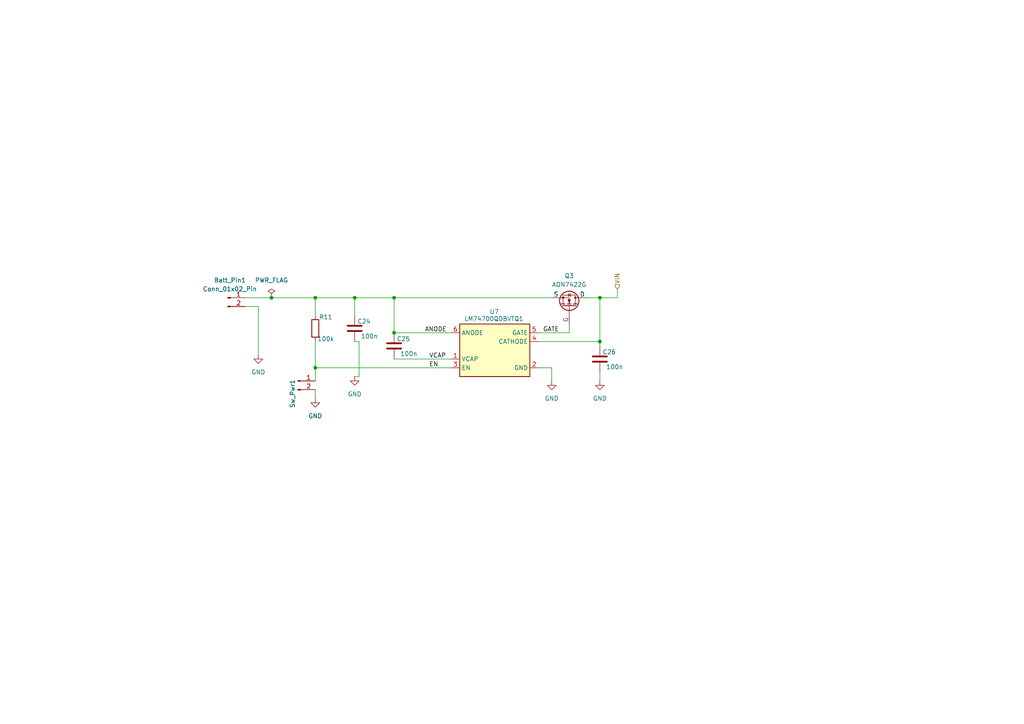
<source format=kicad_sch>
(kicad_sch (version 20250114) (generator "eeschema") (generator_version "9.0")
  (paper "A4")
  (lib_symbols
    (symbol "Connector:Conn_01x02_Pin" (pin_names (offset 1.016) (hide yes))
      (property "Reference" "J" (at 0 2.54 0))
      (property "Value" "Conn_01x02_Pin" (at 0 -5.08 0))
      (symbol "Conn_01x02_Pin_1_1"
        (rectangle (start 0.8636 0.127) (end 0 -0.127) (stroke (width 0.1524)) (fill (type outline)))
        (rectangle (start 0.8636 -2.413) (end 0 -2.667) (stroke (width 0.1524)) (fill (type outline)))
        (polyline (pts (xy 1.27 0) (xy 0.8636 0)) (stroke (width 0.1524)))
        (polyline (pts (xy 1.27 -2.54) (xy 0.8636 -2.54)) (stroke (width 0.1524)))
        (pin passive line (at 5.08 0 180) (length 3.81) (name "Pin_1") (number "1"))
        (pin passive line (at 5.08 -2.54 180) (length 3.81) (name "Pin_2") (number "2"))
      )
    )
    (symbol "Device:C" (pin_numbers (hide yes)) (pin_names (offset 0.254))
      (property "Reference" "C" (at 0.635 2.54 0))
      (property "Value" "C" (at 0.635 -2.54 0))
      (symbol "C_0_1"
        (polyline (pts (xy -2.032 0.762) (xy 2.032 0.762)) (stroke (width 0.508)))
        (polyline (pts (xy -2.032 -0.762) (xy 2.032 -0.762)) (stroke (width 0.508)))
      )
      (symbol "C_1_1"
        (pin passive line (at 0 3.81 270) (length 2.794) (name "~") (number "1"))
        (pin passive line (at 0 -3.81 90) (length 2.794) (name "~") (number "2"))
      )
    )
    (symbol "Device:R" (pin_numbers (hide yes)) (pin_names (offset 0))
      (property "Reference" "R" (at 2.032 0 90))
      (property "Value" "R" (at 0 0 90))
      (symbol "R_0_1"
        (rectangle (start -1.016 -2.54) (end 1.016 2.54) (stroke (width 0.254)))
      )
      (symbol "R_1_1"
        (pin passive line (at 0 3.81 270) (length 1.27) (name "~") (number "1"))
        (pin passive line (at 0 -3.81 90) (length 1.27) (name "~") (number "2"))
      )
    )
    (symbol "Power_Management:LM74700"
      (property "Reference" "U6" (at 11.43 1.2701 0))
      (property "Value" "LM74700QDBVRQ1" (at 11.43 -1.2699 0))
      (symbol "LM74700_0_1"
        (rectangle (start -10.16 7.62) (end 10.16 -7.62) (stroke (width 0.254)) (fill (type background)))
      )
      (symbol "LM74700_1_1"
        (pin power_in line (at -12.7 5.08 0) (length 2.54) (name "ANODE") (number "6"))
        (pin passive line (at -12.7 -2.54 0) (length 2.54) (name "VCAP") (number "1"))
        (pin input line (at -12.7 -5.08 0) (length 2.54) (name "EN") (number "3"))
        (pin output line (at 12.7 5.08 180) (length 2.54) (name "GATE") (number "5"))
        (pin input line (at 12.7 2.54 180) (length 2.54) (name "CATHODE") (number "4"))
        (pin power_in line (at 12.7 -5.08 180) (length 2.54) (name "GND") (number "2"))
      )
    )
    (symbol "Simulation_SPICE:NMOS" (pin_numbers (hide yes)) (pin_names (offset 0))
      (property "Reference" "Q3" (at 8.89 0 90))
      (property "Value" "AON7422G" (at 6.35 0 90))
      (symbol "NMOS_0_1"
        (polyline (pts (xy 0.254 1.905) (xy 0.254 -1.905)) (stroke (width 0.254)))
        (polyline (pts (xy 0.254 0) (xy -2.54 0)))
        (polyline (pts (xy 0.762 2.286) (xy 0.762 1.27)) (stroke (width 0.254)))
        (polyline (pts (xy 0.762 0.508) (xy 0.762 -0.508)) (stroke (width 0.254)))
        (polyline (pts (xy 0.762 -1.27) (xy 0.762 -2.286)) (stroke (width 0.254)))
        (polyline (pts (xy 0.762 -1.778) (xy 3.302 -1.778) (xy 3.302 1.778) (xy 0.762 1.778)))
        (polyline (pts (xy 1.016 0) (xy 2.032 0.381) (xy 2.032 -0.381) (xy 1.016 0)) (fill (type outline)))
        (circle (center 1.651 0) (radius 2.794) (stroke (width 0.254)))
        (polyline (pts (xy 2.54 2.54) (xy 2.54 1.778)))
        (circle (center 2.54 1.778) (radius 0.254) (fill (type outline)))
        (circle (center 2.54 -1.778) (radius 0.254) (fill (type outline)))
        (polyline (pts (xy 2.54 -2.54) (xy 2.54 0) (xy 0.762 0)))
        (polyline (pts (xy 2.794 0.508) (xy 2.921 0.381) (xy 3.683 0.381) (xy 3.81 0.254)))
        (polyline (pts (xy 3.302 0.381) (xy 2.921 -0.254) (xy 3.683 -0.254) (xy 3.302 0.381)))
      )
      (symbol "NMOS_1_1"
        (pin input line (at -5.08 0 0) (length 2.54) (name "G") (number "4"))
        (pin passive line (at 2.54 5.08 270) (length 2.54) (name "D") (number "5"))
        (pin passive line (at 2.54 5.08 270) (length 2.54) (name "D") (number "6"))
        (pin passive line (at 2.54 5.08 270) (length 2.54) (name "D") (number "7"))
        (pin passive line (at 2.54 5.08 270) (length 2.54) (name "D") (number "8"))
        (pin passive line (at 2.54 5.08 270) (length 2.54) (name "D") (number "9"))
        (pin passive line (at 2.54 -5.08 90) (length 2.54) (name "S") (number "1"))
        (pin passive line (at 2.54 -5.08 90) (length 2.54) (name "S") (number "2"))
        (pin passive line (at 2.54 -5.08 90) (length 2.54) (name "S") (number "3"))
      )
    )
    (symbol "power:GND" (power) (pin_numbers (hide yes)) (pin_names (offset 0) (hide yes))
      (property "Value" "GND" (at 0 -3.81 0))
      (symbol "GND_0_1"
        (polyline (pts (xy 0 0) (xy 0 -1.27) (xy 1.27 -1.27) (xy 0 -2.54) (xy -1.27 -1.27) (xy 0 -1.27)))
      )
      (symbol "GND_1_1"
        (pin power_in line (at 0 0 270) (length 0) (name "~") (number "1"))
      )
    )
    (symbol "power:PWR_FLAG" (power) (pin_numbers (hide yes)) (pin_names (offset 0) (hide yes))
      (property "Value" "PWR_FLAG" (at 0 3.81 0))
      (symbol "PWR_FLAG_0_0"
        (pin power_out line (at 0 0 90) (length 0) (name "~") (number "1"))
      )
      (symbol "PWR_FLAG_0_1"
        (polyline (pts (xy 0 0) (xy 0 1.27) (xy -1.016 1.905) (xy 0 2.54) (xy 1.016 1.905) (xy 0 1.27)))
      )
    )
  )
  (junction (at 114.3 96.52))
  (junction (at 102.87 86.36))
  (junction (at 91.44 86.36))
  (junction (at 173.99 99.06))
  (junction (at 78.74 86.36))
  (junction (at 91.44 106.68))
  (junction (at 173.99 86.36))
  (junction (at 114.3 86.36))
  (wire (pts (xy 114.3 86.36) (xy 102.87 86.36)))
  (wire (pts (xy 104.14 99.06) (xy 102.87 99.06)))
  (wire (pts (xy 114.3 96.52) (xy 130.81 96.52)))
  (wire (pts (xy 91.44 86.36) (xy 91.44 91.44)))
  (wire (pts (xy 114.3 104.14) (xy 130.81 104.14)))
  (wire (pts (xy 91.44 106.68) (xy 91.44 110.49)))
  (wire (pts (xy 71.12 88.9) (xy 74.93 88.9)))
  (wire (pts (xy 156.21 99.06) (xy 173.99 99.06)))
  (wire (pts (xy 173.99 107.95) (xy 173.99 110.49)))
  (wire (pts (xy 104.14 109.22) (xy 102.87 109.22)))
  (wire (pts (xy 71.12 86.36) (xy 78.74 86.36)))
  (wire (pts (xy 114.3 86.36) (xy 114.3 96.52)))
  (wire (pts (xy 165.1 96.52) (xy 165.1 93.98)))
  (wire (pts (xy 160.02 86.36) (xy 114.3 86.36)))
  (wire (pts (xy 170.18 86.36) (xy 173.99 86.36)))
  (wire (pts (xy 78.74 86.36) (xy 91.44 86.36)))
  (wire (pts (xy 91.44 113.03) (xy 91.44 115.57)))
  (wire (pts (xy 104.14 99.06) (xy 104.14 109.22)))
  (wire (pts (xy 102.87 86.36) (xy 91.44 86.36)))
  (wire (pts (xy 74.93 88.9) (xy 74.93 102.87)))
  (wire (pts (xy 102.87 86.36) (xy 102.87 91.44)))
  (wire (pts (xy 173.99 86.36) (xy 179.07 86.36)))
  (wire (pts (xy 156.21 106.68) (xy 160.02 106.68)))
  (wire (pts (xy 91.44 99.06) (xy 91.44 106.68)))
  (wire (pts (xy 173.99 99.06) (xy 173.99 100.33)))
  (wire (pts (xy 179.07 83.82) (xy 179.07 86.36)))
  (wire (pts (xy 156.21 96.52) (xy 165.1 96.52)))
  (wire (pts (xy 91.44 106.68) (xy 130.81 106.68)))
  (wire (pts (xy 173.99 86.36) (xy 173.99 99.06)))
  (wire (pts (xy 160.02 106.68) (xy 160.02 110.49)))
  (label "ANODE" (at 123.19 96.52 0))
  (label "EN" (at 124.46 106.68 0))
  (label "VCAP" (at 124.46 104.14 0))
  (label "GATE" (at 157.48 96.52 0))
  (hierarchical_label "VIN" (shape input) (at 179.07 83.82 90))
  (symbol (lib_id "Connector:Conn_01x02_Pin") (at 86.36 110.49 0) (unit 1)
    (property "Reference" "Sw_Pwr1" (at 84.836 118.364 90) (effects (justify left)))
    (property "Value" "Conn_01x02_Pin" (effects (hide yes)))
    (property "Footprint" "Connector_PinHeader_2.54mm:PinHeader_1x02_P2.54mm_Vertical" (effects (hide yes)))
    (property "Description" "Generic connector, single row, 01x02, script generated" (effects (hide yes)))
  )
  (symbol (lib_id "power:GND") (at 173.99 110.49 0) (unit 1)
    (property "Reference" "#PWR061" (effects (hide yes)))
    (property "Value" "GND" (at 173.99 115.57 0))
    (property "Description" "Power symbol creates a global label with name \"GND\" , ground" (effects (hide yes)))
  )
  (symbol (lib_id "Device:R") (at 91.44 95.25 180) (unit 1)
    (property "Reference" "R11" (at 94.488 91.948 0))
    (property "Value" "100k" (at 94.488 98.298 0))
    (property "Footprint" "Resistor_SMD:R_0805_2012Metric_Pad1.20x1.40mm_HandSolder" (effects (hide yes)))
    (property "Description" "Resistor" (effects (hide yes)))
  )
  (symbol (lib_id "power:GND") (at 102.87 109.22 0) (unit 1)
    (property "Reference" "#PWR059" (effects (hide yes)))
    (property "Value" "GND" (at 102.87 114.3 0))
    (property "Description" "Power symbol creates a global label with name \"GND\" , ground" (effects (hide yes)))
  )
  (symbol (lib_id "Simulation_SPICE:NMOS") (at 165.1 88.9 270) (mirror x) (unit 1)
    (property "Reference" "Q3" (at 165.1 80.01 90))
    (property "Value" "AON7422G" (at 165.1 82.55 90))
    (property "Footprint" "Package_DFN_QFN:DFN-8-1EP_3x3mm_P0.65mm_EP1.5x2.25mm" (effects (hide yes)))
    (property "Datasheet" "https://www.tme.eu/Document/06be57a4d3bc5bfe61b849e0142b32c7/AON7422G.pdf" (effects (hide yes)))
    (property "Description" "N-MOSFET transistor, drain/source/gate" (effects (hide yes)))
    (property "Sim.Device" "NMOS" (effects (hide yes)))
    (property "Sim.Type" "VDMOS" (effects (hide yes)))
    (property "Sim.Pins" "1=D 2=G 3=S" (effects (hide yes)))
  )
  (symbol (lib_id "Device:C") (at 102.87 95.25 0) (unit 1)
    (property "Reference" "C24" (at 103.632 93.218 0) (effects (justify left)))
    (property "Value" "100n" (at 104.648 97.536 0) (effects (justify left)))
    (property "Footprint" "Capacitor_SMD:C_0805_2012Metric_Pad1.18x1.45mm_HandSolder" (effects (hide yes)))
    (property "Description" "Unpolarized capacitor" (effects (hide yes)))
  )
  (symbol (lib_id "power:GND") (at 160.02 110.49 0) (unit 1)
    (property "Reference" "#PWR060" (effects (hide yes)))
    (property "Value" "GND" (at 160.02 115.57 0))
    (property "Description" "Power symbol creates a global label with name \"GND\" , ground" (effects (hide yes)))
  )
  (symbol (lib_id "power:GND") (at 74.93 102.87 0) (unit 1)
    (property "Reference" "#PWR015" (effects (hide yes)))
    (property "Value" "GND" (at 74.93 107.95 0))
    (property "Description" "Power symbol creates a global label with name \"GND\" , ground" (effects (hide yes)))
  )
  (symbol (lib_id "Device:C") (at 173.99 104.14 0) (unit 1)
    (property "Reference" "C26" (at 174.752 102.108 0) (effects (justify left)))
    (property "Value" "100n" (at 175.768 106.426 0) (effects (justify left)))
    (property "Footprint" "Capacitor_SMD:C_0805_2012Metric_Pad1.18x1.45mm_HandSolder" (effects (hide yes)))
    (property "Description" "Unpolarized capacitor" (effects (hide yes)))
  )
  (symbol (lib_id "power:PWR_FLAG") (at 78.74 86.36 0) (unit 1)
    (property "Reference" "#FLG01" (effects (hide yes)))
    (property "Value" "PWR_FLAG" (at 78.74 81.28 0))
    (property "Description" "Special symbol for telling ERC where power comes from" (effects (hide yes)))
  )
  (symbol (lib_id "Device:C") (at 114.3 100.33 0) (unit 1)
    (property "Reference" "C25" (at 115.062 98.298 0) (effects (justify left)))
    (property "Value" "100n" (at 116.078 102.616 0) (effects (justify left)))
    (property "Footprint" "Capacitor_SMD:C_0805_2012Metric_Pad1.18x1.45mm_HandSolder" (effects (hide yes)))
    (property "Description" "Unpolarized capacitor" (effects (hide yes)))
  )
  (symbol (lib_id "Connector:Conn_01x02_Pin") (at 66.04 86.36 0) (unit 1)
    (property "Reference" "Batt_Pin1" (at 66.675 81.28 0))
    (property "Value" "Conn_01x02_Pin" (at 66.675 83.82 0))
    (property "Footprint" "Connector_PinHeader_2.54mm:PinHeader_1x02_P2.54mm_Vertical" (effects (hide yes)))
    (property "Description" "Generic connector, single row, 01x02, script generated" (effects (hide yes)))
  )
  (symbol (lib_id "Power_Management:LM74700") (at 143.51 101.6 0) (unit 1)
    (property "Reference" "U7" (at 141.986 90.424 0) (effects (justify left)))
    (property "Value" "LM74700QDBVTQ1" (at 134.62 92.456 0) (effects (justify left)))
    (property "Footprint" "Package_TO_SOT_SMD:SOT-23-6_Handsoldering" (effects (hide yes)))
    (property "Datasheet" "http://www.ti.com/lit/gpn/LM74700-Q1" (effects (hide yes)))
    (property "Description" "Low Iq reverse battery protection ideal diode controller, SOT-23-6" (effects (hide yes)))
  )
  (symbol (lib_id "power:GND") (at 91.44 115.57 0) (unit 1)
    (property "Reference" "#PWR067" (effects (hide yes)))
    (property "Value" "GND" (at 91.44 120.65 0))
    (property "Description" "Power symbol creates a global label with name \"GND\" , ground" (effects (hide yes)))
  )
)
</source>
